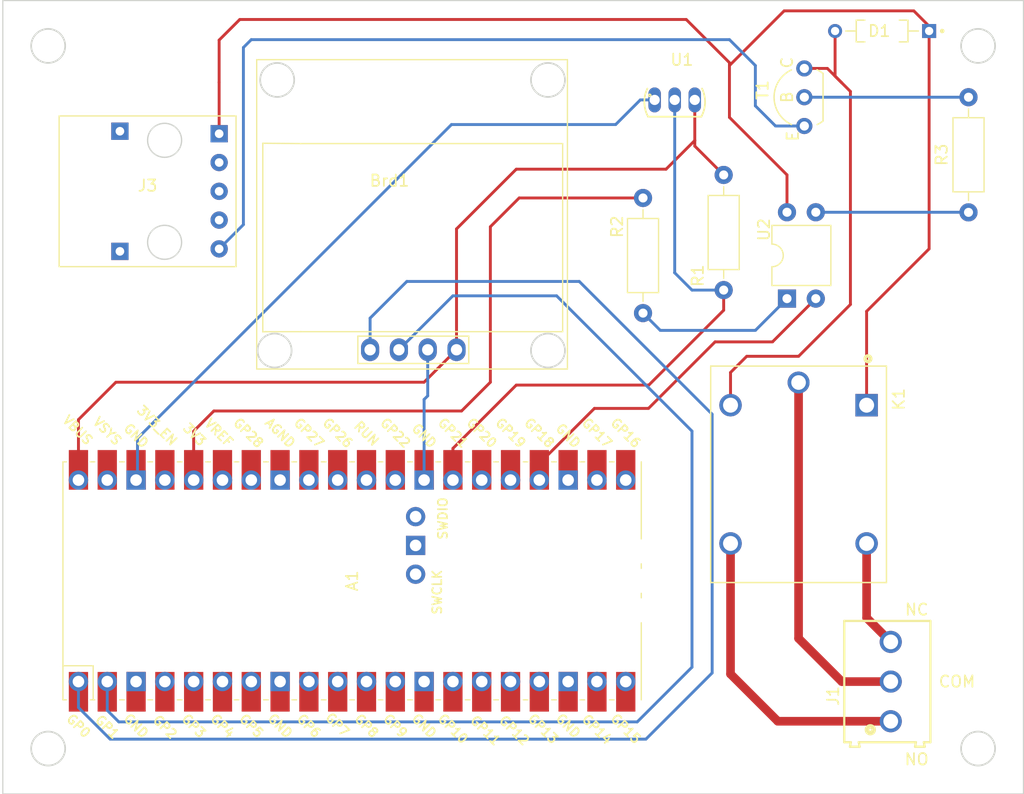
<source format=kicad_pcb>
(kicad_pcb (version 20211014) (generator pcbnew)
  (title_block (title "Smart Thermostat") (date "2023-02-09") (rev "v01") (comment 2 "creativecommons.org/licenses/by/4.0/") (comment 3 "License: CC BY 4.0") (comment 4 "Author: Antal Varga"))
  (layers (0 "F.Cu" signal) (31 "B.Cu" signal) (34 "B.Paste" user) (35 "F.Paste" user) (36 "B.SilkS" user "B.Silkscreen") (37 "F.SilkS" user "F.Silkscreen") (38 "B.Mask" user) (39 "F.Mask" user) (44 "Edge.Cuts" user))
  (net 0 "")
  (net 1 "Net-(A1-Pad1)")
  (net 2 "Net-(A1-Pad2)")
  (net 3 "GND")
  (net 32 "Net-(A1-Pad24)")
  (net 34 "Net-(A1-Pad40)")
  (net 35 "Net-(J6-Pad5)")
  (net 36 "Net-(A1-Pad27)")
  (net 38 "GND2")
  (net 39 "Net-(R2-Pad2)")
  (net 40 "Net-(R3-Pad1)")
  (net 41 "Net-(K1-PadA2)")
  (net 42 "Net-(K1-PadCOM)")
  (net 43 "Net-(K1-PadNO)")
  (net 44 "Net-(K1-PadNC)")
  (net 45 "Net-(R3-Pad2)")
  (net 46 "/MicroUSB connector/VBUS")
  (net 47 "/MicroUSB connector/D-")
  (net 48 "/MicroUSB connector/D+")
  (net 49 "/MicroUSB connector/ID")
  (net 51 "Net-(A1-Pad36)")
  (net 52 "Net-(D1-PadA)")
  (footprint "SSD1306:128x64OLED" (layer "F.Cu") (at 56.388 45.212 180)
    (fp_text reference "Brd1" (at 2.286 4.318) (layer "F.SilkS"))
    (fp_text value "SSD1306")
    (fp_line (start 14 -12.3) (end 14 15) (layer "F.SilkS") (width 0.12))
    (fp_line (start -12.978 -9.005) (end 10.122 -9.005) (layer "F.SilkS") (width 0.12))
    (fp_line (start 10.122 7.595) (end 13.462 7.62) (layer "F.SilkS") (width 0.12))
    (fp_line (start -13.4 15) (end -13.4 -12.3) (layer "F.SilkS") (width 0.12))
    (fp_line (start 13.462 -9.017) (end 13.208 -9.005) (layer "F.SilkS") (width 0.12))
    (fp_line (start 5.08 -9.398) (end -4.699 -9.398) (layer "F.SilkS") (width 0.12))
    (fp_line (start -4.699 -11.811) (end -4.699 -9.398) (layer "F.SilkS") (width 0.12))
    (fp_line (start 14 15) (end -13.4 15) (layer "F.SilkS") (width 0.12))
    (fp_line (start -4.699 -11.811) (end 5.08 -11.811) (layer "F.SilkS") (width 0.12))
    (fp_line (start 5.08 -11.811) (end 5.08 -9.398) (layer "F.SilkS") (width 0.12))
    (fp_line (start 10.122 -9.005) (end 13.208 -9.005) (layer "F.SilkS") (width 0.12))
    (fp_line (start 10.122 7.595) (end -12.978 7.595) (layer "F.SilkS") (width 0.12))
    (fp_line (start -12.978 7.595) (end -12.978 -9.005) (layer "F.SilkS") (width 0.12))
    (fp_line (start 13.462 7.62) (end 13.462 -9.017) (layer "F.SilkS") (width 0.12))
    (fp_line (start -13.4 -12.3) (end 14 -12.3) (layer "F.SilkS") (width 0.12))
    (pad "1" thru_hole oval locked (at -3.62 -10.6 270) (size 2 1.6) (drill 1) (layers *.Cu *.Mask) (net 34 "Net-(A1-Pad40)"))
    (pad "2" thru_hole oval locked (at -1.08 -10.6 270) (size 2 1.6) (drill 1) (layers *.Cu *.Mask) (net 3 "GND"))
    (pad "3" thru_hole oval locked (at 1.46 -10.6 270) (size 2 1.6) (drill 1) (layers *.Cu *.Mask) (net 2 "Net-(A1-Pad2)"))
    (pad "4" thru_hole oval locked (at 4 -10.6 270) (size 2 1.6) (drill 1) (layers *.Cu *.Mask) (net 1 "Net-(A1-Pad1)"))
  )
  (footprint "1N4148:DIOAD829W49L456D191" (layer "F.Cu") (at 97.536 27.686 180)
    (fp_text reference "D1" (at 0.254 0) (layer "F.SilkS") (effects (font (size 1.000102 1.000102))))
    (fp_text value "1N4148")
    (fp_line (start -2.28 0) (end -2.28 0.95) (layer "F.SilkS") (width 0.127))
    (fp_line (start 1.52 -0.96) (end 2.28 -0.96) (layer "F.SilkS") (width 0.127))
    (fp_line (start -2.28 -0.96) (end -1.52 -0.96) (layer "F.SilkS") (width 0.127))
    (fp_line (start 3.2 0) (end 2.28 0) (layer "F.SilkS") (width 0.127))
    (fp_line (start -2.28 0.96) (end -1.52 0.96) (layer "F.SilkS") (width 0.127))
    (fp_line (start -2.28 -0.96) (end -2.28 0) (layer "F.SilkS") (width 0.127))
    (fp_line (start -2.28 0) (end -3.2 0) (layer "F.SilkS") (width 0.127))
    (fp_line (start 2.28 -0.95) (end 2.28 0) (layer "F.SilkS") (width 0.127))
    (fp_line (start 1.52 0.96) (end 2.28 0.96) (layer "F.SilkS") (width 0.127))
    (fp_line (start 2.28 0) (end 2.28 0.96) (layer "F.SilkS") (width 0.127))
    (fp_circle (center -5.3 0) (end -5.2 0) (layer "F.SilkS") (width 0.2) (fill none))
    (pad "A" thru_hole circle locked (at 4.146 0 180) (size 1.238 1.238) (drill 0.73) (layers *.Cu *.Mask) (net 52 "Net-(D1-PadA)"))
    (pad "C" thru_hole rect locked (at -4.146 0 180) (size 1.238 1.238) (drill 0.73) (layers *.Cu *.Mask) (net 46 "/MicroUSB connector/VBUS"))
  )
  (footprint "2N4401:TO92-CBE" (layer "F.Cu") (at 90.677993 33.528 90)
    (fp_text reference "T1" (at 0.63591 -3.68828 90) (layer "F.SilkS") (effects (font (size 1.001433 1.001433))))
    (fp_text value "2N4401")
    (fp_text user "B" (at 0 -1.524 90) (layer "F.SilkS") (effects (font (size 1.001591 1.001591))))
    (fp_text user "E" (at -3.4328 -1.01713 90) (layer "F.SilkS") (effects (font (size 1.00111 1.00111))))
    (fp_text user "C" (at 3.048 -1.524 90) (layer "F.SilkS") (effects (font (size 1.000567 1.000567))))
    (fp_line (start -2.095 1.651) (end 2.095 1.651) (layer "F.SilkS") (width 0.127))
    (fp_arc (start -2.095 1.651) (mid -2.268918 1.40252) (end -2.4135 1.1359) (layer "F.SilkS") (width 0.127))
    (fp_arc (start 2.4247 1.1118) (mid 2.275879 1.391201) (end 2.095 1.651) (layer "F.SilkS") (width 0.127))
    (fp_arc (start -2.413 -1.1359) (mid 0 -2.666985) (end 2.413 -1.1359) (layer "F.SilkS") (width 0.127))
    (pad "B" thru_hole circle locked (at 0 0 90) (size 1.4224 1.4224) (drill 0.8128) (layers *.Cu *.Mask) (net 45 "Net-(R3-Pad2)"))
    (pad "C" thru_hole circle locked (at 2.54 0 90) (size 1.4224 1.4224) (drill 0.8128) (layers *.Cu *.Mask) (net 41 "Net-(K1-PadA2)"))
    (pad "E" thru_hole circle locked (at -2.54 0 90) (size 1.4224 1.4224) (drill 0.8128) (layers *.Cu *.Mask) (net 38 "GND2"))
  )
  (footprint "Resistor_THT:R_Axial_DIN0207_L6.3mm_D2.5mm_P10.16mm_Horizontal" (layer "F.Cu") (at 76.454 42.418 -90)
    (fp_text reference "R2" (at 2.54 2.286 90) (layer "F.SilkS"))
    (fp_text value "R1K")
    (fp_line (start 8.35 -1.37) (end 1.81 -1.37) (layer "F.SilkS") (width 0.12))
    (fp_line (start 1.81 1.37) (end 8.35 1.37) (layer "F.SilkS") (width 0.12))
    (fp_line (start 1.04 0) (end 1.81 0) (layer "F.SilkS") (width 0.12))
    (fp_line (start 8.35 1.37) (end 8.35 -1.37) (layer "F.SilkS") (width 0.12))
    (fp_line (start 9.12 0) (end 8.35 0) (layer "F.SilkS") (width 0.12))
    (fp_line (start 1.81 -1.37) (end 1.81 1.37) (layer "F.SilkS") (width 0.12))
    (pad "1" thru_hole circle (at 0 0 270) (size 1.6 1.6) (drill 0.8) (layers *.Cu *.Mask) (net 51 "Net-(A1-Pad36)"))
    (pad "2" thru_hole oval (at 10.16 0 270) (size 1.6 1.6) (drill 0.8) (layers *.Cu *.Mask) (net 39 "Net-(R2-Pad2)"))
  )
  (footprint "DS18B20:TO-92" (layer "F.Cu") (at 79.248 32.766)
    (fp_text reference "U1" (at 0.636135 -2.537525) (layer "F.SilkS") (effects (font (size 1.001787 1.001787))))
    (fp_text value "DS18B20")
    (fp_line (start -2.35 2.48) (end 2.35 2.48) (layer "F.SilkS") (width 0.1524))
    (fp_arc (start 2.413 0) (mid 2.674624 1.248315) (end 2.34653 2.48083) (layer "F.SilkS") (width 0.1524))
    (fp_arc (start -2.34967 2.47792) (mid -2.675039 1.246466) (end -2.413 0) (layer "F.SilkS") (width 0.1524))
    (fp_circle (center -2.2 0.6) (end -2.1 0.6) (layer "F.SilkS") (width 0.127) (fill none))
    (pad "1" thru_hole oval locked (at -1.77 1) (size 1.1 2.2) (drill 0.9) (layers *.Cu *.Mask) (net 3 "GND"))
    (pad "2" thru_hole oval locked (at 0 1) (size 1.1 2.2) (drill 0.9) (layers *.Cu *.Mask) (net 36 "Net-(A1-Pad27)"))
    (pad "3" thru_hole oval locked (at 1.77 1) (size 1.1 2.2) (drill 0.9) (layers *.Cu *.Mask) (net 34 "Net-(A1-Pad40)"))
  )
  (footprint "Package_DIP:DIP-4_W7.62mm" (layer "F.Cu") (at 89.149 51.298 90)
    (fp_text reference "U2" (at 6.086 -2.027 90) (layer "F.SilkS"))
    (fp_text value "LTV-817")
    (fp_line (start 1.16 -1.33) (end 1.16 3.87) (layer "F.SilkS") (width 0.12))
    (fp_line (start 6.46 3.87) (end 6.46 -1.33) (layer "F.SilkS") (width 0.12))
    (fp_line (start 2.81 -1.33) (end 1.16 -1.33) (layer "F.SilkS") (width 0.12))
    (fp_line (start 6.46 -1.33) (end 4.81 -1.33) (layer "F.SilkS") (width 0.12))
    (fp_line (start 1.16 3.87) (end 6.46 3.87) (layer "F.SilkS") (width 0.12))
    (fp_arc (start 4.81 -1.33) (mid 3.81 -0.33) (end 2.81 -1.33) (layer "F.SilkS") (width 0.12))
    (pad "1" thru_hole rect (at 0 0 90) (size 1.6 1.6) (drill 0.8) (layers *.Cu *.Mask) (net 39 "Net-(R2-Pad2)"))
    (pad "2" thru_hole oval (at 0 2.54 90) (size 1.6 1.6) (drill 0.8) (layers *.Cu *.Mask) (net 32 "Net-(A1-Pad24)"))
    (pad "3" thru_hole oval (at 7.62 2.54 90) (size 1.6 1.6) (drill 0.8) (layers *.Cu *.Mask) (net 40 "Net-(R3-Pad1)"))
    (pad "4" thru_hole oval (at 7.62 0 90) (size 1.6 1.6) (drill 0.8) (layers *.Cu *.Mask) (net 46 "/MicroUSB connector/VBUS"))
  )
  (footprint "srd-05vdc-sl-c:RELAY_SRD-05VDC-SL-C" (layer "F.Cu") (at 90.17 66.802 -90)
    (fp_text reference "K1" (at -6.62563 -8.83584 90) (layer "F.SilkS") (effects (font (size 1.000094 1.000094))))
    (fp_text value "SRD-05VDC-SL-C")
    (fp_line (start -9.55 7.75) (end -9.55 -7.75) (layer "F.SilkS") (width 0.127))
    (fp_line (start 9.55 7.75) (end -9.55 7.75) (layer "F.SilkS") (width 0.127))
    (fp_line (start 9.55 -7.75) (end 9.55 7.75) (layer "F.SilkS") (width 0.127))
    (fp_line (start -9.55 -7.75) (end 9.55 -7.75) (layer "F.SilkS") (width 0.127))
    (fp_circle (center -10.2 -6.119) (end -10.1 -6.119) (layer "F.SilkS") (width 0.3) (fill none))
    (pad "A1" thru_hole rect locked (at -6.1 -6 270) (size 1.98 1.98) (drill 1.32) (layers *.Cu *.Mask) (net 35 "Net-(J6-Pad5)"))
    (pad "A2" thru_hole circle locked (at -6.1 6 270) (size 1.98 1.98) (drill 1.32) (layers *.Cu *.Mask) (net 41 "Net-(K1-PadA2)"))
    (pad "COM" thru_hole circle locked (at -8.1 0 270) (size 1.935 1.935) (drill 1.29) (layers *.Cu *.Mask) (net 42 "Net-(K1-PadCOM)"))
    (pad "NC" thru_hole circle locked (at 6.1 -6 270) (size 1.98 1.98) (drill 1.32) (layers *.Cu *.Mask) (net 44 "Net-(K1-PadNC)"))
    (pad "NO" thru_hole circle locked (at 6.1 6 270) (size 1.98 1.98) (drill 1.32) (layers *.Cu *.Mask) (net 43 "Net-(K1-PadNO)"))
  )
  (footprint "MICROUSB-DIP5:MICROUSB-DIP5" (layer "F.Cu") (at 32.766 41.83)
    (fp_text reference "J3" (at 0 -0.5 unlocked) (layer "F.SilkS"))
    (fp_text value "USB_B_Micro")
    (fp_line (start -7.8 6.65) (end 7.8 6.65) (layer "F.SilkS") (width 0.12))
    (fp_line (start -7.8 -6.65) (end -7.8 6.65) (layer "F.SilkS") (width 0.12))
    (fp_line (start -7.8 -6.65) (end 7.8 -6.65) (layer "F.SilkS") (width 0.12))
    (fp_line (start 7.8 6.65) (end 7.8 -6.65) (layer "F.SilkS") (width 0.12))
    (fp_circle (center 1.5 4.5) (end 3 4.5) (layer "Edge.Cuts") (width 0.12) (fill none))
    (fp_circle (center 1.5 -4.5) (end 3 -4.5) (layer "Edge.Cuts") (width 0.12) (fill none))
    (pad "1" thru_hole rect (at 6.31 -5.08) (size 1.524 1.524) (drill 0.762) (layers *.Cu *.Mask) (net 46 "/MicroUSB connector/VBUS"))
    (pad "2" thru_hole circle (at 6.31 -2.54) (size 1.524 1.524) (drill 0.762) (layers *.Cu *.Mask) (net 47 "/MicroUSB connector/D-"))
    (pad "3" thru_hole circle (at 6.31 0) (size 1.524 1.524) (drill 0.762) (layers *.Cu *.Mask) (net 48 "/MicroUSB connector/D+"))
    (pad "4" thru_hole circle (at 6.31 2.54) (size 1.524 1.524) (drill 0.762) (layers *.Cu *.Mask) (net 49 "/MicroUSB connector/ID"))
    (pad "5" thru_hole circle (at 6.31 5.08) (size 1.524 1.524) (drill 0.762) (layers *.Cu *.Mask) (net 38 "GND2"))
    (pad "6" thru_hole rect (at -2.44 -5.3) (size 1.524 1.524) (drill 0.762) (layers *.Cu *.Mask))
    (pad "7" thru_hole rect (at -2.44 5.3) (size 1.524 1.524) (drill 0.762) (layers *.Cu *.Mask))
  )
  (footprint "Resistor_THT:R_Axial_DIN0207_L6.3mm_D2.5mm_P10.16mm_Horizontal" (layer "F.Cu") (at 83.566 40.386 -90)
    (fp_text reference "R1" (at 8.89 2.286 90) (layer "F.SilkS"))
    (fp_text value "R4,7K")
    (fp_line (start 9.12 0) (end 8.35 0) (layer "F.SilkS") (width 0.12))
    (fp_line (start 1.81 -1.37) (end 1.81 1.37) (layer "F.SilkS") (width 0.12))
    (fp_line (start 8.35 -1.37) (end 1.81 -1.37) (layer "F.SilkS") (width 0.12))
    (fp_line (start 1.04 0) (end 1.81 0) (layer "F.SilkS") (width 0.12))
    (fp_line (start 8.35 1.37) (end 8.35 -1.37) (layer "F.SilkS") (width 0.12))
    (fp_line (start 1.81 1.37) (end 8.35 1.37) (layer "F.SilkS") (width 0.12))
    (pad "1" thru_hole circle (at 0 0 270) (size 1.6 1.6) (drill 0.8) (layers *.Cu *.Mask) (net 34 "Net-(A1-Pad40)"))
    (pad "2" thru_hole oval (at 10.16 0 270) (size 1.6 1.6) (drill 0.8) (layers *.Cu *.Mask) (net 36 "Net-(A1-Pad27)"))
  )
  (footprint "Resistor_THT:R_Axial_DIN0207_L6.3mm_D2.5mm_P10.16mm_Horizontal" (layer "F.Cu") (at 105.156 43.688 90)
    (fp_text reference "R3" (at 5.08 -2.37 90) (layer "F.SilkS"))
    (fp_text value "R510")
    (fp_line (start 8.35 1.37) (end 8.35 -1.37) (layer "F.SilkS") (width 0.12))
    (fp_line (start 9.12 0) (end 8.35 0) (layer "F.SilkS") (width 0.12))
    (fp_line (start 1.81 -1.37) (end 1.81 1.37) (layer "F.SilkS") (width 0.12))
    (fp_line (start 1.81 1.37) (end 8.35 1.37) (layer "F.SilkS") (width 0.12))
    (fp_line (start 1.04 0) (end 1.81 0) (layer "F.SilkS") (width 0.12))
    (fp_line (start 8.35 -1.37) (end 1.81 -1.37) (layer "F.SilkS") (width 0.12))
    (pad "1" thru_hole circle (at 0 0 90) (size 1.6 1.6) (drill 0.8) (layers *.Cu *.Mask) (net 40 "Net-(R3-Pad1)"))
    (pad "2" thru_hole oval (at 10.16 0 90) (size 1.6 1.6) (drill 0.8) (layers *.Cu *.Mask) (net 45 "Net-(R3-Pad2)"))
  )
  (footprint "PCB-TB-3:691214110003" (layer "F.Cu") (at 98.298 85.09 90)
    (fp_text reference "J1" (at -1.27 -5.08 90) (layer "F.SilkS"))
    (fp_text value "691214110003")
    (fp_line (start -5.75 2.145) (end -5.35 2.22) (layer "F.SilkS") (width 0.2))
    (fp_line (start -5.35 2.92) (end -5.75 2.995) (layer "F.SilkS") (width 0.2))
    (fp_line (start -5.75 2.995) (end -5.75 2.145) (layer "F.SilkS") (width 0.2))
    (fp_line (start -5.35 2.22) (end -5.35 -2.82) (layer "F.SilkS") (width 0.2))
    (fp_line (start -5.75 -2.745) (end -5.75 -3.595) (layer "F.SilkS") (width 0.2))
    (fp_line (start -5.35 -2.82) (end -5.75 -2.745) (layer "F.SilkS") (width 0.2))
    (fp_line (start -5.35 -3.52) (end -5.35 -4.1) (layer "F.SilkS") (width 0.2))
    (fp_line (start -5.35 -4.1) (end 5.35 -4.1) (layer "F.SilkS") (width 0.2))
    (fp_line (start 5.35 -4.1) (end 5.35 3.5) (layer "F.SilkS") (width 0.2))
    (fp_line (start -5.75 -3.595) (end -5.35 -3.52) (layer "F.SilkS") (width 0.2))
    (fp_line (start 5.35 3.5) (end -5.35 3.5) (layer "F.SilkS") (width 0.2))
    (fp_line (start -5.35 3.5) (end -5.35 2.92) (layer "F.SilkS") (width 0.2))
    (fp_circle (center -4.25 -1.8) (end -4.15 -1.8) (layer "F.SilkS") (width 0.4) (fill none))
    (pad "1" thru_hole circle locked (at -3.5 0 90) (size 1.95 1.95) (drill 1.3) (layers *.Cu *.Mask) (net 43 "Net-(K1-PadNO)"))
    (pad "2" thru_hole circle locked (at 0 0 90) (size 1.95 1.95) (drill 1.3) (layers *.Cu *.Mask) (net 42 "Net-(K1-PadCOM)"))
    (pad "3" thru_hole circle locked (at 3.5 0 90) (size 1.95 1.95) (drill 1.3) (layers *.Cu *.Mask) (net 44 "Net-(K1-PadNC)"))
  )
  (footprint "RPi_Pico:RPi_PicoW_SMD_TH" (layer "F.Cu") (at 50.8 76.2 90)
    (fp_text reference "A1" (at 0 0 90) (layer "F.SilkS"))
    (fp_text value "RaspberryPi-PicoW")
    (fp_text user "GP3" (at -12.8 -13.97 135) (layer "F.SilkS") (effects (font (size 0.8 0.8))))
    (fp_text user "VBUS" (at 13.3 -24.2 135) (layer "F.SilkS") (effects (font (size 0.8 0.8))))
    (fp_text user "GP6" (at -12.8 -3.81 135) (layer "F.SilkS") (effects (font (size 0.8 0.8))))
    (fp_text user "GND" (at 12.8 -19.05 135) (layer "F.SilkS") (effects (font (size 0.8 0.8))))
    (fp_text user "GP7" (at -12.7 -1.3 135) (layer "F.SilkS") (effects (font (size 0.8 0.8))))
    (fp_text user "GND" (at 12.8 6.35 135) (layer "F.SilkS") (effects (font (size 0.8 0.8))))
    (fp_text user "GP22" (at 13.054 3.81 135) (layer "F.SilkS") (effects (font (size 0.8 0.8))))
    (fp_text user "GND" (at -12.8 19.05 135) (layer "F.SilkS") (effects (font (size 0.8 0.8))))
    (fp_text user "GP28" (at 13.054 -9.144 135) (layer "F.SilkS") (effects (font (size 0.8 0.8))))
    (fp_text user "3V3" (at 12.9 -13.9 135) (layer "F.SilkS") (effects (font (size 0.8 0.8))))
    (fp_text user "GP26" (at 13.054 -1.27 135) (layer "F.SilkS") (effects (font (size 0.8 0.8))))
    (fp_text user "GND" (at 12.8 19.05 135) (layer "F.SilkS") (effects (font (size 0.8 0.8))))
    (fp_text user "GP8" (at -12.8 1.27 135) (layer "F.SilkS") (effects (font (size 0.8 0.8))))
    (fp_text user "GP21" (at 13.054 8.9 135) (layer "F.SilkS") (effects (font (size 0.8 0.8))))
    (fp_text user "GP18" (at 13.054 16.51 135) (layer "F.SilkS") (effects (font (size 0.8 0.8))))
    (fp_text user "GP4" (at -12.8 -11.43 135) (layer "F.SilkS") (effects (font (size 0.8 0.8))))
    (fp_text user "3V3_EN" (at 13.7 -17.2 135) (layer "F.SilkS") (effects (font (size 0.8 0.8))))
    (fp_text user "GND" (at -12.8 6.35 135) (layer "F.SilkS") (effects (font (size 0.8 0.8))))
    (fp_text user "GP13" (at -13.054 16.8325 135) (layer "F.SilkS") (effects (font (size 0.8 0.8))))
    (fp_text user "GP19" (at 13.054 13.97 135) (layer "F.SilkS") (effects (font (size 0.8 0.8))))
    (fp_text user "RUN" (at 13 1.27 135) (layer "F.SilkS") (effects (font (size 0.8 0.8))))
    (fp_text user "GND" (at -12.8 -19.05 135) (layer "F.SilkS") (effects (font (size 0.8 0.8))))
    (fp_text user "GP9" (at -12.8 3.81 135) (layer "F.SilkS") (effects (font (size 0.8 0.8))))
    (fp_text user "SWDIO" (at 5.5 8 90) (layer "F.SilkS") (effects (font (size 0.8 0.8))))
    (fp_text user "GP20" (at 13.054 11.43 135) (layer "F.SilkS") (effects (font (size 0.8 0.8))))
    (fp_text user "GP10" (at -13.054 8.89 135) (layer "F.SilkS") (effects (font (size 0.8 0.8))))
    (fp_text user "GP11" (at -13.2 11.7525 135) (layer "F.SilkS") (effects (font (size 0.8 0.8))))
    (fp_text user "VSYS" (at 13.2 -21.59 135) (layer "F.SilkS") (effects (font (size 0.8 0.8))))
    (fp_text user "VREF" (at 13.0675 -11.7425 135) (layer "F.SilkS") (effects (font (size 0.8 0.8))))
    (fp_text user "GND" (at -12.8 -6.35 135) (layer "F.SilkS") (effects (font (size 0.8 0.8))))
    (fp_text user "GP0" (at -12.8 -24.13 135) (layer "F.SilkS") (effects (font (size 0.8 0.8))))
    (fp_text user "GP2" (at -12.9 -16.51 135) (layer "F.SilkS") (effects (font (size 0.8 0.8))))
    (fp_text user "GP16" (at 13.054 24.13 135) (layer "F.SilkS") (effects (font (size 0.8 0.8))))
    (fp_text user "GP15" (at -13.054 24.13 135) (layer "F.SilkS") (effects (font (size 0.8 0.8))))
    (fp_text user "AGND" (at 13.054 -6.35 135) (layer "F.SilkS") (effects (font (size 0.8 0.8))))
    (fp_text user "GP12" (at -13.2 14.2925 135) (layer "F.SilkS") (effects (font (size 0.8 0.8))))
    (fp_text user "GP1" (at -12.9 -21.6 135) (layer "F.SilkS") (effects (font (size 0.8 0.8))))
    (fp_text user "GP27" (at 13.054 -3.8 135) (layer "F.SilkS") (effects (font (size 0.8 0.8))))
    (fp_text user "GP17" (at 13.054 21.59 135) (layer "F.SilkS") (effects (font (size 0.8 0.8))))
    (fp_text user "SWCLK" (at -1 7.5 90) (layer "F.SilkS") (effects (font (size 0.8 0.8))))
    (fp_text user "GP5" (at -12.8 -8.89 135) (layer "F.SilkS") (effects (font (size 0.8 0.8))))
    (fp_text user "GP14" (at -13.1 21.59 135) (layer "F.SilkS") (effects (font (size 0.8 0.8))))
    (fp_line (start 10.5 -5.3) (end 10.5 -4.9) (layer "F.SilkS") (width 0.12))
    (fp_line (start 10.5 -25.5) (end 10.5 -25.2) (layer "F.SilkS") (width 0.12))
    (fp_line (start -10.5 -7.8) (end -10.5 -7.4) (layer "F.SilkS") (width 0.12))
    (fp_line (start -10.5 -25.5) (end -10.5 -25.2) (layer "F.SilkS") (width 0.12))
    (fp_line (start 10.5 7.4) (end 10.5 7.8) (layer "F.SilkS") (width 0.12))
    (fp_line (start 10.5 22.7) (end 10.5 23.1) (layer "F.SilkS") (width 0.12))
    (fp_line (start -7.493 -22.833) (end -7.493 -25.5) (layer "F.SilkS") (width 0.12))
    (fp_line (start 10.5 15.1) (end 10.5 15.5) (layer "F.SilkS") (width 0.12))
    (fp_line (start 10.5 2.3) (end 10.5 2.7) (layer "F.SilkS") (width 0.12))
    (fp_line (start -10.5 17.6) (end -10.5 18) (layer "F.SilkS") (width 0.12))
    (fp_line (start 10.5 -10.4) (end 10.5 -10) (layer "F.SilkS") (width 0.12))
    (fp_line (start -10.5 -25.5) (end 10.5 -25.5) (layer "F.SilkS") (width 0.12))
    (fp_line (start -10.5 -5.3) (end -10.5 -4.9) (layer "F.SilkS") (width 0.12))
    (fp_line (start -10.5 -0.2) (end -10.5 0.2) (layer "F.SilkS") (width 0.12))
    (fp_line (start 10.5 -0.2) (end 10.5 0.2) (layer "F.SilkS") (width 0.12))
    (fp_line (start -10.5 12.5) (end -10.5 12.9) (layer "F.SilkS") (width 0.12))
    (fp_line (start -10.5 -2.7) (end -10.5 -2.3) (layer "F.SilkS") (width 0.12))
    (fp_line (start -10.5 -18) (end -10.5 -17.6) (layer "F.SilkS") (width 0.12))
    (fp_line (start 10.5 -18) (end 10.5 -17.6) (layer "F.SilkS") (width 0.12))
    (fp_line (start 10.5 20.1) (end 10.5 20.5) (layer "F.SilkS") (width 0.12))
    (fp_line (start -10.5 -22.833) (end -7.493 -22.833) (layer "F.SilkS") (width 0.12))
    (fp_line (start -10.5 -23.1) (end -10.5 -22.7) (layer "F.SilkS") (width 0.12))
    (fp_line (start -10.5 22.7) (end -10.5 23.1) (layer "F.SilkS") (width 0.12))
    (fp_line (start -10.5 7.4) (end -10.5 7.8) (layer "F.SilkS") (width 0.12))
    (fp_line (start 10.5 25.5) (end 3.7 25.5) (layer "F.SilkS") (width 0.12))
    (fp_line (start -10.5 2.3) (end -10.5 2.7) (layer "F.SilkS") (width 0.12))
    (fp_line (start 1.1 25.5) (end 1.5 25.5) (layer "F.SilkS") (width 0.12))
    (fp_line (start 10.5 -15.4) (end 10.5 -15) (layer "F.SilkS") (width 0.12))
    (fp_line (start 10.5 -12.9) (end 10.5 -12.5) (layer "F.SilkS") (width 0.12))
    (fp_line (start 10.5 17.6) (end 10.5 18) (layer "F.SilkS") (width 0.12))
    (fp_line (start 10.5 10) (end 10.5 10.4) (layer "F.SilkS") (width 0.12))
    (fp_line (start 10.5 12.5) (end 10.5 12.9) (layer "F.SilkS") (width 0.12))
    (fp_line (start 10.5 -7.8) (end 10.5 -7.4) (layer "F.SilkS") (width 0.12))
    (fp_line (start -10.5 20.1) (end -10.5 20.5) (layer "F.SilkS") (width 0.12))
    (fp_line (start 10.5 -23.1) (end 10.5 -22.7) (layer "F.SilkS") (width 0.12))
    (fp_line (start 10.5 -20.5) (end 10.5 -20.1) (layer "F.SilkS") (width 0.12))
    (fp_line (start -10.5 -10.4) (end -10.5 -10) (layer "F.SilkS") (width 0.12))
    (fp_line (start -10.5 -12.9) (end -10.5 -12.5) (layer "F.SilkS") (width 0.12))
    (fp_line (start -10.5 10) (end -10.5 10.4) (layer "F.SilkS") (width 0.12))
    (fp_line (start -3.7 25.5) (end -10.5 25.5) (layer "F.SilkS") (width 0.12))
    (fp_line (start -1.5 25.5) (end -1.1 25.5) (layer "F.SilkS") (width 0.12))
    (fp_line (start -10.5 -15.4) (end -10.5 -15) (layer "F.SilkS") (width 0.12))
    (fp_line (start 10.5 -2.7) (end 10.5 -2.3) (layer "F.SilkS") (width 0.12))
    (fp_line (start 10.5 4.9) (end 10.5 5.3) (layer "F.SilkS") (width 0.12))
    (fp_line (start -10.5 -20.5) (end -10.5 -20.1) (layer "F.SilkS") (width 0.12))
    (fp_line (start -10.5 4.9) (end -10.5 5.3) (layer "F.SilkS") (width 0.12))
    (fp_line (start -10.5 15.1) (end -10.5 15.5) (layer "F.SilkS") (width 0.12))
    (pad "" np_thru_hole oval (at -2.425 -20.97 90) (size 1.5 1.5) (drill 1.5) (layers *.Cu *.Mask))
    (pad "" np_thru_hole oval (at 2.725 -24 90) (size 1.8 1.8) (drill 1.8) (layers *.Cu *.Mask))
    (pad "" np_thru_hole oval (at 2.425 -20.97 90) (size 1.5 1.5) (drill 1.5) (layers *.Cu *.Mask))
    (pad "" np_thru_hole oval (at -2.725 -24 90) (size 1.8 1.8) (drill 1.8) (layers *.Cu *.Mask))
    (pad "1" smd rect (at -8.89 -24.13 90) (size 3.5 1.7) (drill (offset -0.9 0)) (layers "F.Cu" "F.Mask") (net 1 "Net-(A1-Pad1)"))
    (pad "1" thru_hole oval (at -8.89 -24.13 90) (size 1.7 1.7) (drill 1.02) (layers *.Cu *.Mask) (net 1 "Net-(A1-Pad1)"))
    (pad "2" smd rect (at -8.89 -21.59 90) (size 3.5 1.7) (drill (offset -0.9 0)) (layers "F.Cu" "F.Mask") (net 2 "Net-(A1-Pad2)"))
    (pad "2" thru_hole oval (at -8.89 -21.59 90) (size 1.7 1.7) (drill 1.02) (layers *.Cu *.Mask) (net 2 "Net-(A1-Pad2)"))
    (pad "3" smd rect (at -8.89 -19.05 90) (size 3.5 1.7) (drill (offset -0.9 0)) (layers "F.Cu" "F.Mask") (net 3 "GND"))
    (pad "3" thru_hole rect (at -8.89 -19.05 90) (size 1.7 1.7) (drill 1.02) (layers *.Cu *.Mask) (net 3 "GND"))
    (pad "4" smd rect (at -8.89 -16.51 90) (size 3.5 1.7) (drill (offset -0.9 0)) (layers "F.Cu" "F.Mask"))
    (pad "4" thru_hole oval (at -8.89 -16.51 90) (size 1.7 1.7) (drill 1.02) (layers *.Cu *.Mask))
    (pad "5" thru_hole oval (at -8.89 -13.97 90) (size 1.7 1.7) (drill 1.02) (layers *.Cu *.Mask))
    (pad "5" smd rect (at -8.89 -13.97 90) (size 3.5 1.7) (drill (offset -0.9 0)) (layers "F.Cu" "F.Mask"))
    (pad "6" thru_hole oval (at -8.89 -11.43 90) (size 1.7 1.7) (drill 1.02) (layers *.Cu *.Mask))
    (pad "6" smd rect (at -8.89 -11.43 90) (size 3.5 1.7) (drill (offset -0.9 0)) (layers "F.Cu" "F.Mask"))
    (pad "7" thru_hole oval (at -8.89 -8.89 90) (size 1.7 1.7) (drill 1.02) (layers *.Cu *.Mask))
    (pad "7" smd rect (at -8.89 -8.89 90) (size 3.5 1.7) (drill (offset -0.9 0)) (layers "F.Cu" "F.Mask"))
    (pad "8" smd rect (at -8.89 -6.35 90) (size 3.5 1.7) (drill (offset -0.9 0)) (layers "F.Cu" "F.Mask") (net 3 "GND"))
    (pad "8" thru_hole rect (at -8.89 -6.35 90) (size 1.7 1.7) (drill 1.02) (layers *.Cu *.Mask) (net 3 "GND"))
    (pad "9" thru_hole oval (at -8.89 -3.81 90) (size 1.7 1.7) (drill 1.02) (layers *.Cu *.Mask))
    (pad "9" smd rect (at -8.89 -3.81 90) (size 3.5 1.7) (drill (offset -0.9 0)) (layers "F.Cu" "F.Mask"))
    (pad "10" thru_hole oval (at -8.89 -1.27 90) (size 1.7 1.7) (drill 1.02) (layers *.Cu *.Mask))
    (pad "10" smd rect (at -8.89 -1.27 90) (size 3.5 1.7) (drill (offset -0.9 0)) (layers "F.Cu" "F.Mask"))
    (pad "11" smd rect (at -8.89 1.27 90) (size 3.5 1.7) (drill (offset -0.9 0)) (layers "F.Cu" "F.Mask"))
    (pad "11" thru_hole oval (at -8.89 1.27 90) (size 1.7 1.7) (drill 1.02) (layers *.Cu *.Mask))
    (pad "12" thru_hole oval (at -8.89 3.81 90) (size 1.7 1.7) (drill 1.02) (layers *.Cu *.Mask))
    (pad "12" smd rect (at -8.89 3.81 90) (size 3.5 1.7) (drill (offset -0.9 0)) (layers "F.Cu" "F.Mask"))
    (pad "13" smd rect (at -8.89 6.35 90) (size 3.5 1.7) (drill (offset -0.9 0)) (layers "F.Cu" "F.Mask") (net 3 "GND"))
    (pad "13" thru_hole rect (at -8.89 6.35 90) (size 1.7 1.7) (drill 1.02) (layers *.Cu *.Mask) (net 3 "GND"))
    (pad "14" thru_hole oval (at -8.89 8.89 90) (size 1.7 1.7) (drill 1.02) (layers *.Cu *.Mask))
    (pad "14" smd rect (at -8.89 8.89 90) (size 3.5 1.7) (drill (offset -0.9 0)) (layers "F.Cu" "F.Mask"))
    (pad "15" smd rect (at -8.89 11.43 90) (size 3.5 1.7) (drill (offset -0.9 0)) (layers "F.Cu" "F.Mask"))
    (pad "15" thru_hole oval (at -8.89 11.43 90) (size 1.7 1.7) (drill 1.02) (layers *.Cu *.Mask))
    (pad "16" smd rect (at -8.89 13.97 90) (size 3.5 1.7) (drill (offset -0.9 0)) (layers "F.Cu" "F.Mask"))
    (pad "16" thru_hole oval (at -8.89 13.97 90) (size 1.7 1.7) (drill 1.02) (layers *.Cu *.Mask))
    (pad "17" thru_hole oval (at -8.89 16.51 90) (size 1.7 1.7) (drill 1.02) (layers *.Cu *.Mask))
    (pad "17" smd rect (at -8.89 16.51 90) (size 3.5 1.7) (drill (offset -0.9 0)) (layers "F.Cu" "F.Mask"))
    (pad "18" thru_hole rect (at -8.89 19.05 90) (size 1.7 1.7) (drill 1.02) (layers *.Cu *.Mask) (net 3 "GND"))
    (pad "18" smd rect (at -8.89 19.05 90) (size 3.5 1.7) (drill (offset -0.9 0)) (layers "F.Cu" "F.Mask") (net 3 "GND"))
    (pad "19" smd rect (at -8.89 21.59 90) (size 3.5 1.7) (drill (offset -0.9 0)) (layers "F.Cu" "F.Mask"))
    (pad "19" thru_hole oval (at -8.89 21.59 90) (size 1.7 1.7) (drill 1.02) (layers *.Cu *.Mask))
    (pad "20" thru_hole oval (at -8.89 24.13 90) (size 1.7 1.7) (drill 1.02) (layers *.Cu *.Mask))
    (pad "20" smd rect (at -8.89 24.13 90) (size 3.5 1.7) (drill (offset -0.9 0)) (layers "F.Cu" "F.Mask"))
    (pad "21" thru_hole oval (at 8.89 24.13 90) (size 1.7 1.7) (drill 1.02) (layers *.Cu *.Mask))
    (pad "21" smd rect (at 8.89 24.13 90) (size 3.5 1.7) (drill (offset 0.9 0)) (layers "F.Cu" "F.Mask"))
    (pad "22" smd rect (at 8.89 21.59 90) (size 3.5 1.7) (drill (offset 0.9 0)) (layers "F.Cu" "F.Mask"))
    (pad "22" thru_hole oval (at 8.89 21.59 90) (size 1.7 1.7) (drill 1.02) (layers *.Cu *.Mask))
    (pad "23" thru_hole rect (at 8.89 19.05 90) (size 1.7 1.7) (drill 1.02) (layers *.Cu *.Mask) (net 3 "GND"))
    (pad "23" smd rect (at 8.89 19.05 90) (size 3.5 1.7) (drill (offset 0.9 0)) (layers "F.Cu" "F.Mask") (net 3 "GND"))
    (pad "24" thru_hole oval (at 8.89 16.51 90) (size 1.7 1.7) (drill 1.02) (layers *.Cu *.Mask) (net 32 "Net-(A1-Pad24)"))
    (pad "24" smd rect (at 8.89 16.51 90) (size 3.5 1.7) (drill (offset 0.9 0)) (layers "F.Cu" "F.Mask") (net 32 "Net-(A1-Pad24)"))
    (pad "25" smd rect (at 8.89 13.97 90) (size 3.5 1.7) (drill (offset 0.9 0)) (layers "F.Cu" "F.Mask"))
    (pad "25" thru_hole oval (at 8.89 13.97 90) (size 1.7 1.7) (drill 1.02) (layers *.Cu *.Mask))
    (pad "26" thru_hole oval (at 8.89 11.43 90) (size 1.7 1.7) (drill 1.02) (layers *.Cu *.Mask))
    (pad "26" smd rect (at 8.89 11.43 90) (size 3.5 1.7) (drill (offset 0.9 0)) (layers "F.Cu" "F.Mask"))
    (pad "27" smd rect (at 8.89 8.89 90) (size 3.5 1.7) (drill (offset 0.9 0)) (layers "F.Cu" "F.Mask") (net 36 "Net-(A1-Pad27)"))
    (pad "27" thru_hole oval (at 8.89 8.89 90) (size 1.7 1.7) (drill 1.02) (layers *.Cu *.Mask) (net 36 "Net-(A1-Pad27)"))
    (pad "28" smd rect (at 8.89 6.35 90) (size 3.5 1.7) (drill (offset 0.9 0)) (layers "F.Cu" "F.Mask") (net 3 "GND"))
    (pad "28" thru_hole rect (at 8.89 6.35 90) (size 1.7 1.7) (drill 1.02) (layers *.Cu *.Mask) (net 3 "GND"))
    (pad "29" smd rect (at 8.89 3.81 90) (size 3.5 1.7) (drill (offset 0.9 0)) (layers "F.Cu" "F.Mask"))
    (pad "29" thru_hole oval (at 8.89 3.81 90) (size 1.7 1.7) (drill 1.02) (layers *.Cu *.Mask))
    (pad "30" thru_hole oval (at 8.89 1.27 90) (size 1.7 1.7) (drill 1.02) (layers *.Cu *.Mask))
    (pad "30" smd rect (at 8.89 1.27 90) (size 3.5 1.7) (drill (offset 0.9 0)) (layers "F.Cu" "F.Mask"))
    (pad "31" smd rect (at 8.89 -1.27 90) (size 3.5 1.7) (drill (offset 0.9 0)) (layers "F.Cu" "F.Mask"))
    (pad "31" thru_hole oval (at 8.89 -1.27 90) (size 1.7 1.7) (drill 1.02) (layers *.Cu *.Mask))
    (pad "32" thru_hole oval (at 8.89 -3.81 90) (size 1.7 1.7) (drill 1.02) (layers *.Cu *.Mask))
    (pad "32" smd rect (at 8.89 -3.81 90) (size 3.5 1.7) (drill (offset 0.9 0)) (layers "F.Cu" "F.Mask"))
    (pad "33" smd rect (at 8.89 -6.35 90) (size 3.5 1.7) (drill (offset 0.9 0)) (layers "F.Cu" "F.Mask"))
    (pad "33" thru_hole rect (at 8.89 -6.35 90) (size 1.7 1.7) (drill 1.02) (layers *.Cu *.Mask))
    (pad "34" smd rect (at 8.89 -8.89 90) (size 3.5 1.7) (drill (offset 0.9 0)) (layers "F.Cu" "F.Mask"))
    (pad "34" thru_hole oval (at 8.89 -8.89 90) (size 1.7 1.7) (drill 1.02) (layers *.Cu *.Mask))
    (pad "35" smd rect (at 8.89 -11.43 90) (size 3.5 1.7) (drill (offset 0.9 0)) (layers "F.Cu" "F.Mask"))
    (pad "35" thru_hole oval (at 8.89 -11.43 90) (size 1.7 1.7) (drill 1.02) (layers *.Cu *.Mask))
    (pad "36" thru_hole oval (at 8.89 -13.97 90) (size 1.7 1.7) (drill 1.02) (layers *.Cu *.Mask) (net 51 "Net-(A1-Pad36)"))
    (pad "36" smd rect (at 8.89 -13.97 90) (size 3.5 1.7) (drill (offset 0.9 0)) (layers "F.Cu" "F.Mask") (net 51 "Net-(A1-Pad36)"))
    (pad "37" thru_hole oval (at 8.89 -16.51 90) (size 1.7 1.7) (drill 1.02) (layers *.Cu *.Mask))
    (pad "37" smd rect (at 8.89 -16.51 90) (size 3.5 1.7) (drill (offset 0.9 0)) (layers "F.Cu" "F.Mask"))
    (pad "38" smd rect (at 8.89 -19.05 90) (size 3.5 1.7) (drill (offset 0.9 0)) (layers "F.Cu" "F.Mask") (net 3 "GND"))
    (pad "38" thru_hole rect (at 8.89 -19.05 90) (size 1.7 1.7) (drill 1.02) (layers *.Cu *.Mask) (net 3 "GND"))
    (pad "39" smd rect (at 8.89 -21.59 90) (size 3.5 1.7) (drill (offset 0.9 0)) (layers "F.Cu" "F.Mask"))
    (pad "39" thru_hole oval (at 8.89 -21.59 90) (size 1.7 1.7) (drill 1.02) (layers *.Cu *.Mask))
    (pad "40" thru_hole oval (at 8.89 -24.13 90) (size 1.7 1.7) (drill 1.02) (layers *.Cu *.Mask) (net 34 "Net-(A1-Pad40)"))
    (pad "40" smd rect (at 8.89 -24.13 90) (size 3.5 1.7) (drill (offset 0.9 0)) (layers "F.Cu" "F.Mask") (net 34 "Net-(A1-Pad40)"))
    (pad "41" thru_hole oval (at 0.5841 5.6 90) (size 1.7 1.7) (drill 1.02) (layers *.Cu *.Mask))
    (pad "42" thru_hole rect (at 3.1241 5.6 90) (size 1.7 1.7) (drill 1.02) (layers *.Cu *.Mask))
    (pad "43" thru_hole oval (at 5.6641 5.6 90) (size 1.7 1.7) (drill 1.02) (layers *.Cu *.Mask))
  )
  (gr_circle (center 44.196 32.004) (end 45.696 32.004) (layer "Edge.Cuts") (width 0.15) (fill none))
  (gr_circle (center 106 29) (end 107.5 29) (layer "Edge.Cuts") (width 0.15) (fill none))
  (gr_circle (center 43.966 55.88) (end 45.466 55.88) (layer "Edge.Cuts") (width 0.15) (fill none))
  (gr_line (start 20 25) (end 110 25) (layer "Edge.Cuts") (width 0.1))
  (gr_circle (center 68.072 32.004) (end 69.572 32.004) (layer "Edge.Cuts") (width 0.15) (fill none))
  (gr_circle (center 106 91) (end 107.5 91) (layer "Edge.Cuts") (width 0.15) (fill none))
  (gr_line (start 110 95) (end 110 25) (layer "Edge.Cuts") (width 0.1))
  (gr_circle (center 24 29) (end 25.5 29) (layer "Edge.Cuts") (width 0.15) (fill none))
  (gr_line (start 20 95) (end 20 25) (layer "Edge.Cuts") (width 0.1))
  (gr_line (start 110 95) (end 20 95) (layer "Edge.Cuts") (width 0.1))
  (gr_circle (center 68.072 55.88) (end 69.572 55.88) (layer "Edge.Cuts") (width 0.15) (fill none))
  (gr_circle (center 24 91) (end 25.5 91) (layer "Edge.Cuts") (width 0.15) (fill none))
  (gr_text "COM" (at 104.14 85.09) (layer "F.SilkS") (effects (font (size 1 1))))
  (gr_text "NO" (at 100.584 91.948) (layer "F.SilkS") (effects (font (size 1 1))))
  (gr_text "NC" (at 100.584 78.74) (layer "F.SilkS") (effects (font (size 1 1))))
  (segment (start 26.67 87.376) (end 29.464 90.17) (width 0.254) (layer "B.Cu") (net 1))
  (segment (start 52.388 55.812) (end 52.388 53.022) (width 0.254) (layer "B.Cu") (net 1))
  (segment (start 29.464 90.17) (end 76.708 90.17) (width 0.254) (layer "B.Cu") (net 1))
  (segment (start 76.708 90.17) (end 82.55 84.328) (width 0.254) (layer "B.Cu") (net 1))
  (segment (start 82.55 61.501418) (end 82.55 84.328) (width 0.254) (layer "B.Cu") (net 1))
  (segment (start 26.67 85.09) (end 26.67 87.376) (width 0.254) (layer "B.Cu") (net 1))
  (segment (start 70.832582 49.784) (end 82.55 61.501418) (width 0.254) (layer "B.Cu") (net 1))
  (segment (start 52.388 53.022) (end 55.626 49.784) (width 0.254) (layer "B.Cu") (net 1))
  (segment (start 55.626 49.784) (end 70.832582 49.784) (width 0.254) (layer "B.Cu") (net 1))
  (segment (start 68.834 51.054) (end 59.686 51.054) (width 0.254) (layer "B.Cu") (net 2))
  (segment (start 30.226 88.646) (end 75.946 88.646) (width 0.254) (layer "B.Cu") (net 2))
  (segment (start 59.686 51.054) (end 54.928 55.812) (width 0.254) (layer "B.Cu") (net 2))
  (segment (start 75.946 88.646) (end 80.772 83.82) (width 0.254) (layer "B.Cu") (net 2))
  (segment (start 80.772 83.82) (end 80.772 62.992) (width 0.254) (layer "B.Cu") (net 2))
  (segment (start 29.21 85.09) (end 29.21 87.63) (width 0.254) (layer "B.Cu") (net 2))
  (segment (start 29.21 87.63) (end 30.226 88.646) (width 0.254) (layer "B.Cu") (net 2))
  (segment (start 80.772 62.992) (end 68.834 51.054) (width 0.254) (layer "B.Cu") (net 2))
  (segment (start 57.468 55.816) (end 57.468 55.812) (width 0.254) (layer "F.Cu") (net 3))
  (segment (start 76.216 33.766) (end 74.041 35.941) (width 0.254) (layer "B.Cu") (net 3))
  (segment (start 31.877 63.627) (end 31.877 67.183) (width 0.254) (layer "B.Cu") (net 3))
  (segment (start 74.041 35.941) (end 59.563 35.941) (width 0.254) (layer "B.Cu") (net 3))
  (segment (start 31.877 67.183) (end 31.75 67.31) (width 0.254) (layer "B.Cu") (net 3))
  (segment (start 59.563 35.941) (end 31.877 63.627) (width 0.254) (layer "B.Cu") (net 3))
  (segment (start 57.15 60.198) (end 57.468 59.88) (width 0.254) (layer "B.Cu") (net 3))
  (segment (start 77.478 33.766) (end 76.216 33.766) (width 0.254) (layer "B.Cu") (net 3))
  (segment (start 57.15 60.198) (end 57.15 67.31) (width 0.254) (layer "B.Cu") (net 3))
  (segment (start 57.468 59.88) (end 57.468 55.812) (width 0.254) (layer "B.Cu") (net 3))
  (segment (start 82.804 55.118) (end 76.934 60.988) (width 0.254) (layer "F.Cu") (net 32))
  (segment (start 91.689 51.298) (end 87.869 55.118) (width 0.254) (layer "F.Cu") (net 32))
  (segment (start 67.31 67.31) (end 67.31 65.842) (width 0.254) (layer "F.Cu") (net 32))
  (segment (start 76.934 60.988) (end 72.164 60.988) (width 0.254) (layer "F.Cu") (net 32))
  (segment (start 87.869 55.118) (end 82.804 55.118) (width 0.254) (layer "F.Cu") (net 32))
  (segment (start 67.31 65.842) (end 72.164 60.988) (width 0.254) (layer "F.Cu") (net 32))
  (segment (start 57.146 58.674) (end 60.008 55.812) (width 0.254) (layer "F.Cu") (net 34))
  (segment (start 60.008 55.812) (end 60.008 45.148) (width 0.254) (layer "F.Cu") (net 34))
  (segment (start 26.67 61.976) (end 29.972 58.674) (width 0.254) (layer "F.Cu") (net 34))
  (segment (start 65.278 39.878) (end 78.486 39.878) (width 0.254) (layer "F.Cu") (net 34))
  (segment (start 81.018 37.346) (end 81.018 33.766) (width 0.254) (layer "F.Cu") (net 34))
  (segment (start 60.008 45.148) (end 65.278 39.878) (width 0.254) (layer "F.Cu") (net 34))
  (segment (start 81.018 37.346) (end 81.018 37.838) (width 0.254) (layer "F.Cu") (net 34))
  (segment (start 29.972 58.674) (end 57.146 58.674) (width 0.254) (layer "F.Cu") (net 34))
  (segment (start 81.018 37.838) (end 83.566 40.386) (width 0.254) (layer "F.Cu") (net 34))
  (segment (start 78.486 39.878) (end 81.018 37.346) (width 0.254) (layer "F.Cu") (net 34))
  (segment (start 26.67 67.31) (end 26.67 61.976) (width 0.254) (layer "F.Cu") (net 34))
  (segment (start 83.566 52.324) (end 76.962 58.928) (width 0.254) (layer "F.Cu") (net 36))
  (segment (start 65.278 58.928) (end 59.69 64.516) (width 0.254) (layer "F.Cu") (net 36))
  (segment (start 59.69 64.516) (end 59.69 67.31) (width 0.254) (layer "F.Cu") (net 36))
  (segment (start 76.962 58.928) (end 65.278 58.928) (width 0.254) (layer "F.Cu") (net 36))
  (segment (start 83.566 50.546) (end 83.566 52.324) (width 0.254) (layer "F.Cu") (net 36))
  (segment (start 83.566 50.546) (end 80.772 50.546) (width 0.254) (layer "B.Cu") (net 36))
  (segment (start 80.772 50.546) (end 79.2435 49.0175) (width 0.254) (layer "B.Cu") (net 36))
  (segment (start 79.2435 49.0175) (end 79.248 49.013) (width 0.254) (layer "B.Cu") (net 36))
  (segment (start 79.248 49.013) (end 79.248 33.766) (width 0.254) (layer "B.Cu") (net 36))
  (segment (start 41.91 28.448) (end 84.074 28.448) (width 0.254) (layer "B.Cu") (net 38))
  (segment (start 90.677993 36.068) (end 88.138 36.068) (width 0.254) (layer "B.Cu") (net 38))
  (segment (start 41.215 44.771) (end 39.076 46.91) (width 0.254) (layer "B.Cu") (net 38))
  (segment (start 41.215 29.143) (end 41.91 28.448) (width 0.254) (layer "B.Cu") (net 38))
  (segment (start 41.215 44.771) (end 41.215 29.143) (width 0.254) (layer "B.Cu") (net 38))
  (segment (start 86.36 34.29) (end 86.36 30.734) (width 0.254) (layer "B.Cu") (net 38))
  (segment (start 88.138 36.068) (end 86.36 34.29) (width 0.254) (layer "B.Cu") (net 38))
  (segment (start 84.074 28.448) (end 86.36 30.734) (width 0.254) (layer "B.Cu") (net 38))
  (segment (start 77.978 54.102) (end 76.454 52.578) (width 0.254) (layer "B.Cu") (net 39))
  (segment (start 89.149 51.313) (end 86.36 54.102) (width 0.254) (layer "B.Cu") (net 39))
  (segment (start 89.149 51.298) (end 89.149 51.313) (width 0.254) (layer "B.Cu") (net 39))
  (segment (start 86.36 54.102) (end 77.978 54.102) (width 0.254) (layer "B.Cu") (net 39))
  (segment (start 105.146 43.678) (end 105.156 43.688) (width 0.254) (layer "B.Cu") (net 40))
  (segment (start 91.689 43.678) (end 105.146 43.678) (width 0.254) (layer "B.Cu") (net 40))
  (segment (start 94.742 33.02) (end 93.98 32.258) (width 0.254) (layer "F.Cu") (net 41))
  (segment (start 93.39 27.686) (end 93.39 31.668) (width 0.254) (layer "F.Cu") (net 41))
  (segment (start 94.742 51.816) (end 94.742 33.02) (width 0.254) (layer "F.Cu") (net 41))
  (segment (start 92.71 30.988) (end 90.677993 30.988) (width 0.254) (layer "F.Cu") (net 41))
  (segment (start 90.17 56.388) (end 94.742 51.816) (width 0.254) (layer "F.Cu") (net 41))
  (segment (start 93.39 31.668) (end 93.98 32.258) (width 0.254) (layer "F.Cu") (net 41))
  (segment (start 93.98 32.258) (end 92.71 30.988) (width 0.254) (layer "F.Cu") (net 41))
  (segment (start 84.17 60.702) (end 84.17 57.816) (width 0.254) (layer "F.Cu") (net 41))
  (segment (start 85.598 56.388) (end 90.17 56.388) (width 0.254) (layer "F.Cu") (net 41))
  (segment (start 84.17 57.816) (end 85.598 56.388) (width 0.254) (layer "F.Cu") (net 41))
  (segment (start 90.17 81.28) (end 93.98 85.09) (width 0.762) (layer "F.Cu") (net 42))
  (segment (start 90.17 58.702) (end 90.17 81.28) (width 0.762) (layer "F.Cu") (net 42))
  (segment (start 93.98 85.09) (end 98.298 85.09) (width 0.762) (layer "F.Cu") (net 42))
  (segment (start 88.336 88.59) (end 98.298 88.59) (width 0.762) (layer "F.Cu") (net 43))
  (segment (start 84.17 84.424) (end 84.17 72.902) (width 0.762) (layer "F.Cu") (net 43))
  (segment (start 88.336 88.59) (end 84.17 84.424) (width 0.762) (layer "F.Cu") (net 43))
  (segment (start 96.17 79.462) (end 98.298 81.59) (width 0.762) (layer "F.Cu") (net 44))
  (segment (start 96.17 72.902) (end 96.17 79.462) (width 0.762) (layer "F.Cu") (net 44))
  (segment (start 90.677993 33.528) (end 105.156 33.528) (width 0.254) (layer "B.Cu") (net 45))
  (segment (start 101.682 27.26) (end 100.33 25.908) (width 0.254) (layer "F.Cu") (net 46))
  (segment (start 89.149 40.381) (end 84.074 35.306) (width 0.254) (layer "F.Cu") (net 46))
  (segment (start 88.9 25.908) (end 84.074 30.734) (width 0.254) (layer "F.Cu") (net 46))
  (segment (start 101.682 27.686) (end 101.682 27.26) (width 0.254) (layer "F.Cu") (net 46))
  (segment (start 100.33 25.908) (end 88.9 25.908) (width 0.254) (layer "F.Cu") (net 46))
  (segment (start 96.17 52.42) (end 101.682 46.908) (width 0.254) (layer "F.Cu") (net 46))
  (segment (start 84.074 30.48) (end 80.264 26.67) (width 0.254) (layer "F.Cu") (net 46))
  (segment (start 101.682 46.908) (end 101.682 27.686) (width 0.254) (layer "F.Cu") (net 46))
  (segment (start 89.149 43.678) (end 89.149 40.381) (width 0.254) (layer "F.Cu") (net 46))
  (segment (start 40.894 26.67) (end 39.076 28.488) (width 0.254) (layer "F.Cu") (net 46))
  (segment (start 80.264 26.67) (end 40.894 26.67) (width 0.254) (layer "F.Cu") (net 46))
  (segment (start 39.076 32.218) (end 39.076 36.75) (width 0.254) (layer "F.Cu") (net 46))
  (segment (start 84.074 30.734) (end 84.074 30.48) (width 0.254) (layer "F.Cu") (net 46))
  (segment (start 39.076 28.488) (end 39.076 32.218) (width 0.254) (layer "F.Cu") (net 46))
  (segment (start 96.17 60.702) (end 96.17 52.42) (width 0.254) (layer "F.Cu") (net 46))
  (segment (start 84.074 35.306) (end 84.074 30.734) (width 0.254) (layer "F.Cu") (net 46))
  (segment (start 38.608 61.214) (end 36.83 62.992) (width 0.254) (layer "F.Cu") (net 51))
  (segment (start 62.992 44.958) (end 62.992 58.674) (width 0.254) (layer "F.Cu") (net 51))
  (segment (start 60.452 61.214) (end 38.608 61.214) (width 0.254) (layer "F.Cu") (net 51))
  (segment (start 76.454 42.418) (end 65.532 42.418) (width 0.254) (layer "F.Cu") (net 51))
  (segment (start 65.532 42.418) (end 62.992 44.958) (width 0.254) (layer "F.Cu") (net 51))
  (segment (start 36.83 62.992) (end 36.83 67.31) (width 0.254) (layer "F.Cu") (net 51))
  (segment (start 62.992 58.674) (end 60.452 61.214) (width 0.254) (layer "F.Cu") (net 51))
)
</source>
